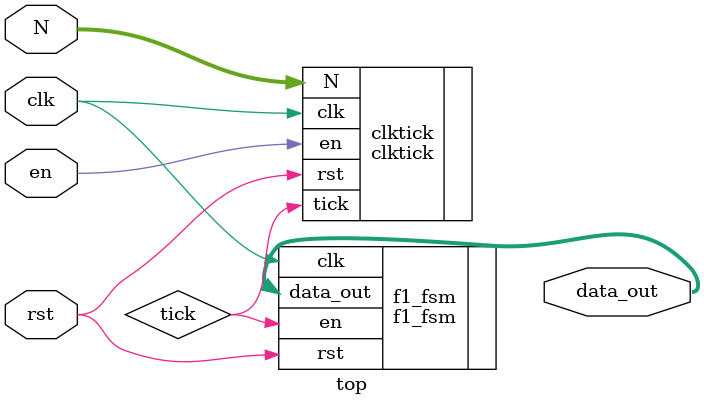
<source format=sv>
module top#(
	parameter WIDTH = 16
)(
    // interface signals
    input  logic             clk,      // clock 
    input  logic             rst,      // reset 
    input  logic             en,       // enable
    input  logic [WIDTH-1:0] N,     
    output logic [7:0]       data_out       
);

    logic  tick;

clktick clktick(
    .clk(clk),
    .en(en),
    .rst(rst),
    .N(N),
    .tick(tick)
);

f1_fsm f1_fsm(
    .rst(rst),
    .en(tick),
    .clk(clk),
    .data_out(data_out)
);

endmodule

</source>
